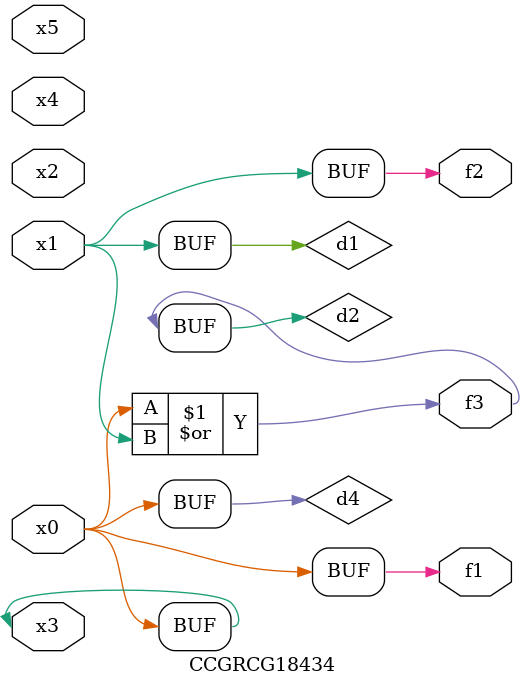
<source format=v>
module CCGRCG18434(
	input x0, x1, x2, x3, x4, x5,
	output f1, f2, f3
);

	wire d1, d2, d3, d4;

	and (d1, x1);
	or (d2, x0, x1);
	nand (d3, x0, x5);
	buf (d4, x0, x3);
	assign f1 = d4;
	assign f2 = d1;
	assign f3 = d2;
endmodule

</source>
